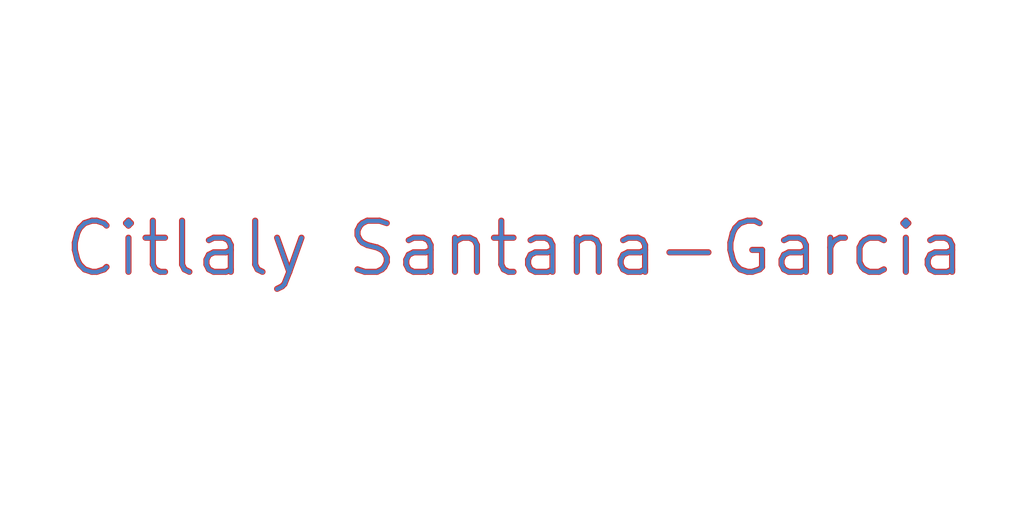
<source format=kicad_pcb>
(kicad_pcb (version 20171130) (host pcbnew "(6.0.0-rc1-dev-305-gf0b8b21)")

  (general
    (thickness 1.6)
    (drawings 6)
    (tracks 0)
    (zones 0)
    (modules 0)
    (nets 1)
  )

  (page A4)
  (layers
    (0 F.Cu signal)
    (31 B.Cu signal)
    (32 B.Adhes user)
    (33 F.Adhes user)
    (34 B.Paste user)
    (35 F.Paste user)
    (36 B.SilkS user)
    (37 F.SilkS user)
    (38 B.Mask user)
    (39 F.Mask user)
    (40 Dwgs.User user)
    (41 Cmts.User user)
    (42 Eco1.User user)
    (43 Eco2.User user)
    (44 Edge.Cuts user)
    (45 Margin user)
    (46 B.CrtYd user)
    (47 F.CrtYd user)
    (48 B.Fab user)
    (49 F.Fab user)
  )

  (setup
    (last_trace_width 0.25)
    (trace_clearance 0.2)
    (zone_clearance 0.508)
    (zone_45_only no)
    (trace_min 0.2)
    (via_size 0.8)
    (via_drill 0.4)
    (via_min_size 0.4)
    (via_min_drill 0.3)
    (uvia_size 0.3)
    (uvia_drill 0.1)
    (uvias_allowed no)
    (uvia_min_size 0.2)
    (uvia_min_drill 0.1)
    (edge_width 0.05)
    (segment_width 0.2)
    (pcb_text_width 0.3)
    (pcb_text_size 1.5 1.5)
    (mod_edge_width 0.12)
    (mod_text_size 1 1)
    (mod_text_width 0.15)
    (pad_size 1.524 1.524)
    (pad_drill 0.762)
    (pad_to_mask_clearance 0.2)
    (aux_axis_origin 0 0)
    (grid_origin 13.97 14.478)
    (visible_elements FFFFFF7F)
    (pcbplotparams
      (layerselection 0x010fc_ffffffff)
      (usegerberextensions false)
      (usegerberattributes false)
      (usegerberadvancedattributes false)
      (creategerberjobfile false)
      (excludeedgelayer true)
      (linewidth 0.100000)
      (plotframeref false)
      (viasonmask false)
      (mode 1)
      (useauxorigin false)
      (hpglpennumber 1)
      (hpglpenspeed 20)
      (hpglpendiameter 15.000000)
      (psnegative false)
      (psa4output false)
      (plotreference true)
      (plotvalue true)
      (plotinvisibletext false)
      (padsonsilk false)
      (subtractmaskfromsilk false)
      (outputformat 1)
      (mirror false)
      (drillshape 1)
      (scaleselection 1)
      (outputdirectory ""))
  )

  (net 0 "")

  (net_class Default "This is the default net class."
    (clearance 0.2)
    (trace_width 0.25)
    (via_dia 0.8)
    (via_drill 0.4)
    (uvia_dia 0.3)
    (uvia_drill 0.1)
  )

  (gr_text "Citlaly Santana-Garcia" (at 141.6304 76.1238) (layer F.Cu) (tstamp 5E27AF9A)
    (effects (font (size 12.7 12.7) (thickness 1.524)))
  )
  (gr_text "Citlaly Santana-Garcia" (at 141.6304 76.1492) (layer B.Cu)
    (effects (font (size 12.7 12.7) (thickness 0.9906)))
  )
  (gr_line (start 267.97 141.478) (end 13.97 141.478) (layer Dwgs.User) (width 0.15))
  (gr_line (start 267.97 14.478) (end 267.97 141.478) (layer Dwgs.User) (width 0.15))
  (gr_line (start 13.97 14.478) (end 267.97 14.478) (layer Dwgs.User) (width 0.15))
  (gr_line (start 13.97 14.478) (end 13.97 116.078) (layer Dwgs.User) (width 0.15))

)

</source>
